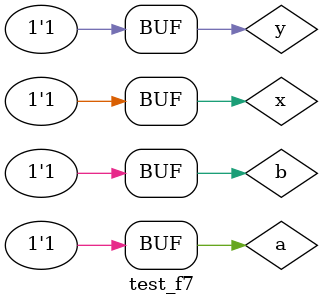
<source format=v>
/*
 Guia_0502.v
 810862 - Vitor Lucio de Oliveira
*/

module f7 (output s, input a, input b);
  // Definir dados locais
  wire not_b;

  // Descrever por portas NAND
  nand NAND1 (not_b, b, b);
  nand NAND2 (s, a, not_b);
  
endmodule // f7

module test_f7;
  // Definir dados
  reg x;
  reg y;
  wire a, b;
  wire s;

  // Instanciar o módulo
  f7 modulo (s, x, y);

  // Parte principal
  initial begin : main
    $display("Guia_0502 - Vitor Lucio de Oliveira - 810862");
    $display("Test module");
    $display(" x y a b s");
    
    // Projetar testes do módulo
    $monitor("%4b %4b %4b %4b %4b", x, y, a, b, s);
    
    // Teste 1: a = 0, b = 0
    x = 1'b0; y = 1'b0;
    #1 a = 1'b0; b = 1'b0;
    
    // Teste 2: a = 0, b = 1
    x = 1'b0; y = 1'b1;
    #1 a = 1'b0; b = 1'b1;
    
    // Teste 3: a = 1, b = 0
    x = 1'b1; y = 1'b0;
    #1 a = 1'b1; b = 1'b0;
    
    // Teste 4: a = 1, b = 1
    x = 1'b1; y = 1'b1;
    #1 a = 1'b1; b = 1'b1;
  end
endmodule // test_f7

</source>
